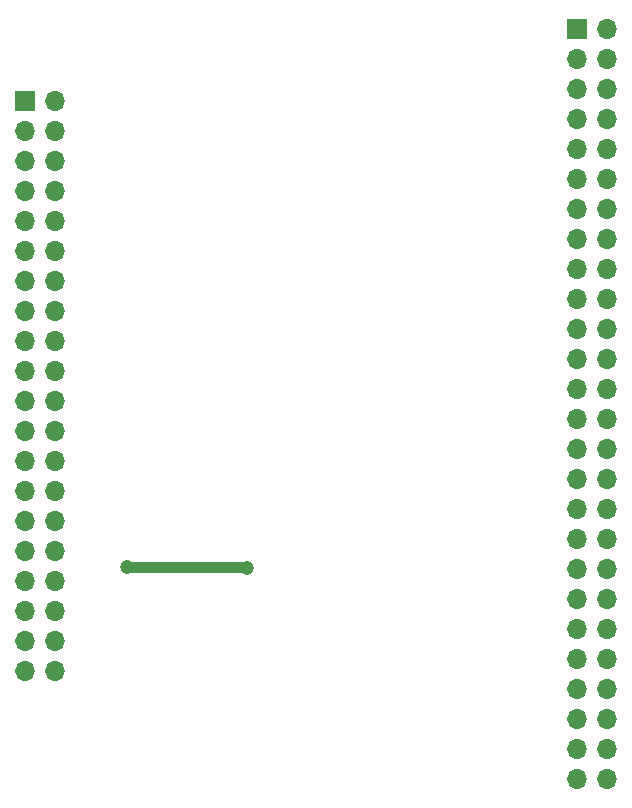
<source format=gbr>
%TF.GenerationSoftware,KiCad,Pcbnew,8.0.0*%
%TF.CreationDate,2024-03-12T09:44:14+01:00*%
%TF.ProjectId,lora,6c6f7261-2e6b-4696-9361-645f70636258,rev?*%
%TF.SameCoordinates,Original*%
%TF.FileFunction,Copper,L1,Top*%
%TF.FilePolarity,Positive*%
%FSLAX46Y46*%
G04 Gerber Fmt 4.6, Leading zero omitted, Abs format (unit mm)*
G04 Created by KiCad (PCBNEW 8.0.0) date 2024-03-12 09:44:14*
%MOMM*%
%LPD*%
G01*
G04 APERTURE LIST*
%TA.AperFunction,ComponentPad*%
%ADD10O,1.700000X1.700000*%
%TD*%
%TA.AperFunction,ComponentPad*%
%ADD11R,1.700000X1.700000*%
%TD*%
%TA.AperFunction,ViaPad*%
%ADD12C,1.200000*%
%TD*%
%TA.AperFunction,Conductor*%
%ADD13C,0.900000*%
%TD*%
G04 APERTURE END LIST*
D10*
%TO.P,U2,40,40*%
%TO.N,Net-(U1-Pad51)*%
X89000000Y-93040000D03*
%TO.P,U2,39,39*%
%TO.N,unconnected-(U2-Pad39)*%
X86460000Y-93040000D03*
%TO.P,U2,38,38*%
%TO.N,Net-(U1-Pad25)*%
X89000000Y-90500000D03*
%TO.P,U2,37,37*%
%TO.N,unconnected-(U2-Pad37)*%
X86460000Y-90500000D03*
%TO.P,U2,36,36*%
%TO.N,Net-(U1-Pad27)*%
X89000000Y-87960000D03*
%TO.P,U2,35,35*%
%TO.N,unconnected-(U2-Pad35)*%
X86460000Y-87960000D03*
%TO.P,U2,34,34*%
%TO.N,unconnected-(U2-Pad34)*%
X89000000Y-85420000D03*
%TO.P,U2,33,33*%
%TO.N,unconnected-(U2-Pad33)*%
X86460000Y-85420000D03*
%TO.P,U2,32,32*%
%TO.N,unconnected-(U2-Pad32)*%
X89000000Y-82880000D03*
%TO.P,U2,31,31*%
%TO.N,unconnected-(U2-Pad31)*%
X86460000Y-82880000D03*
%TO.P,U2,30,30*%
%TO.N,unconnected-(U2-Pad30)*%
X89000000Y-80340000D03*
%TO.P,U2,29,29*%
%TO.N,unconnected-(U2-Pad29)*%
X86460000Y-80340000D03*
%TO.P,U2,28,28*%
%TO.N,unconnected-(U2-Pad28)*%
X89000000Y-77800000D03*
%TO.P,U2,27,27*%
%TO.N,unconnected-(U2-Pad27)*%
X86460000Y-77800000D03*
%TO.P,U2,26,26*%
%TO.N,unconnected-(U2-Pad26)*%
X89000000Y-75260000D03*
%TO.P,U2,25,25*%
%TO.N,unconnected-(U2-Pad25)*%
X86460000Y-75260000D03*
%TO.P,U2,24,24*%
%TO.N,unconnected-(U2-Pad24)*%
X89000000Y-72720000D03*
%TO.P,U2,23,23*%
%TO.N,unconnected-(U2-Pad23)*%
X86460000Y-72720000D03*
%TO.P,U2,22,22*%
%TO.N,unconnected-(U2-Pad22)*%
X89000000Y-70180000D03*
%TO.P,U2,21,21*%
%TO.N,unconnected-(U2-Pad21)*%
X86460000Y-70180000D03*
%TO.P,U2,20,20*%
%TO.N,unconnected-(U2-Pad20)*%
X89000000Y-67640000D03*
%TO.P,U2,19,19*%
%TO.N,unconnected-(U2-Pad19)*%
X86460000Y-67640000D03*
%TO.P,U2,18,18*%
%TO.N,unconnected-(U2-Pad18)*%
X89000000Y-65100000D03*
%TO.P,U2,17,17*%
%TO.N,unconnected-(U2-Pad17)*%
X86460000Y-65100000D03*
%TO.P,U2,16,16*%
%TO.N,unconnected-(U2-Pad16)*%
X89000000Y-62560000D03*
%TO.P,U2,15,15*%
%TO.N,unconnected-(U2-Pad15)*%
X86460000Y-62560000D03*
%TO.P,U2,14,14*%
%TO.N,unconnected-(U2-Pad14)*%
X89000000Y-60020000D03*
%TO.P,U2,13,13*%
%TO.N,unconnected-(U2-Pad13)*%
X86460000Y-60020000D03*
%TO.P,U2,12,12*%
%TO.N,unconnected-(U2-Pad12)*%
X89000000Y-57480000D03*
%TO.P,U2,11,11*%
%TO.N,Net-(U1-Pad28)*%
X86460000Y-57480000D03*
%TO.P,U2,10,10*%
%TO.N,unconnected-(U2-Pad10)*%
X89000000Y-54940000D03*
%TO.P,U2,9,9*%
%TO.N,Net-(U1-Pad1)*%
X86460000Y-54940000D03*
%TO.P,U2,8,8*%
%TO.N,unconnected-(U2-Pad8)*%
X89000000Y-52400000D03*
%TO.P,U2,7,7*%
%TO.N,unconnected-(U2-Pad7)*%
X86460000Y-52400000D03*
%TO.P,U2,6,6*%
%TO.N,unconnected-(U2-Pad6)*%
X89000000Y-49860000D03*
%TO.P,U2,5,5*%
%TO.N,unconnected-(U2-Pad5)*%
X86460000Y-49860000D03*
%TO.P,U2,4,4*%
%TO.N,unconnected-(U2-Pad4)*%
X89000000Y-47320000D03*
%TO.P,U2,3,3*%
%TO.N,unconnected-(U2-Pad3)*%
X86460000Y-47320000D03*
%TO.P,U2,2,2*%
%TO.N,Net-(U1-Pad7)*%
X89000000Y-44780000D03*
D11*
%TO.P,U2,1,1*%
%TO.N,unconnected-(U2-Pad1)*%
X86460000Y-44780000D03*
%TD*%
%TO.P,U1,1,1*%
%TO.N,Net-(U1-Pad1)*%
X133160000Y-38700000D03*
D10*
%TO.P,U1,2,2*%
%TO.N,unconnected-(U1-Pad2)*%
X135700000Y-38700000D03*
%TO.P,U1,3,3*%
%TO.N,unconnected-(U1-Pad3)*%
X133160000Y-41240000D03*
%TO.P,U1,4,4*%
%TO.N,unconnected-(U1-Pad4)*%
X135700000Y-41240000D03*
%TO.P,U1,5,5*%
%TO.N,unconnected-(U1-Pad5)*%
X133160000Y-43780000D03*
%TO.P,U1,6,6*%
%TO.N,unconnected-(U1-Pad6)*%
X135700000Y-43780000D03*
%TO.P,U1,7,7*%
%TO.N,Net-(U1-Pad7)*%
X133160000Y-46320000D03*
%TO.P,U1,8,8*%
%TO.N,unconnected-(U1-Pad8)*%
X135700000Y-46320000D03*
%TO.P,U1,9,9*%
%TO.N,unconnected-(U1-Pad9)*%
X133160000Y-48860000D03*
%TO.P,U1,10,10*%
%TO.N,unconnected-(U1-Pad10)*%
X135700000Y-48860000D03*
%TO.P,U1,11,11*%
%TO.N,unconnected-(U1-Pad11)*%
X133160000Y-51400000D03*
%TO.P,U1,12,12*%
%TO.N,unconnected-(U1-Pad12)*%
X135700000Y-51400000D03*
%TO.P,U1,13,13*%
%TO.N,unconnected-(U1-Pad13)*%
X133160000Y-53940000D03*
%TO.P,U1,14,14*%
%TO.N,unconnected-(U1-Pad14)*%
X135700000Y-53940000D03*
%TO.P,U1,15,15*%
%TO.N,unconnected-(U1-Pad15)*%
X133160000Y-56480000D03*
%TO.P,U1,16,16*%
%TO.N,unconnected-(U1-Pad16)*%
X135700000Y-56480000D03*
%TO.P,U1,17,17*%
%TO.N,unconnected-(U1-Pad17)*%
X133160000Y-59020000D03*
%TO.P,U1,18,18*%
%TO.N,unconnected-(U1-Pad18)*%
X135700000Y-59020000D03*
%TO.P,U1,19,19*%
%TO.N,unconnected-(U1-Pad19)*%
X133160000Y-61560000D03*
%TO.P,U1,20,20*%
%TO.N,unconnected-(U1-Pad20)*%
X135700000Y-61560000D03*
%TO.P,U1,21,21*%
%TO.N,unconnected-(U1-Pad21)*%
X133160000Y-64100000D03*
%TO.P,U1,22,22*%
%TO.N,unconnected-(U1-Pad22)*%
X135700000Y-64100000D03*
%TO.P,U1,23,23*%
%TO.N,unconnected-(U1-Pad23)*%
X133160000Y-66640000D03*
%TO.P,U1,24,24*%
%TO.N,unconnected-(U1-Pad24)*%
X135700000Y-66640000D03*
%TO.P,U1,25,25*%
%TO.N,Net-(U1-Pad25)*%
X133160000Y-69180000D03*
%TO.P,U1,26,26*%
%TO.N,unconnected-(U1-Pad26)*%
X135700000Y-69180000D03*
%TO.P,U1,27,27*%
%TO.N,Net-(U1-Pad27)*%
X133160000Y-71720000D03*
%TO.P,U1,28,28*%
%TO.N,Net-(U1-Pad28)*%
X135700000Y-71720000D03*
%TO.P,U1,29,29*%
%TO.N,unconnected-(U1-Pad29)*%
X133160000Y-74260000D03*
%TO.P,U1,30,30*%
%TO.N,unconnected-(U1-Pad30)*%
X135700000Y-74260000D03*
%TO.P,U1,31,31*%
%TO.N,unconnected-(U1-Pad31)*%
X133160000Y-76800000D03*
%TO.P,U1,32,32*%
%TO.N,unconnected-(U1-Pad32)*%
X135700000Y-76800000D03*
%TO.P,U1,33,33*%
%TO.N,unconnected-(U1-Pad33)*%
X133160000Y-79340000D03*
%TO.P,U1,34,34*%
%TO.N,unconnected-(U1-Pad34)*%
X135700000Y-79340000D03*
%TO.P,U1,35,35*%
%TO.N,unconnected-(U1-Pad35)*%
X133160000Y-81880000D03*
%TO.P,U1,36,36*%
%TO.N,unconnected-(U1-Pad36)*%
X135700000Y-81880000D03*
%TO.P,U1,37,37*%
%TO.N,unconnected-(U1-Pad37)*%
X133160000Y-84420000D03*
%TO.P,U1,38,38*%
%TO.N,unconnected-(U1-Pad38)*%
X135700000Y-84420000D03*
%TO.P,U1,39,39*%
%TO.N,unconnected-(U1-Pad39)*%
X133160000Y-86960000D03*
%TO.P,U1,40,40*%
%TO.N,unconnected-(U1-Pad40)*%
X135700000Y-86960000D03*
%TO.P,U1,41,41*%
%TO.N,unconnected-(U1-Pad41)*%
X133160000Y-89500000D03*
%TO.P,U1,42,42*%
%TO.N,unconnected-(U1-Pad42)*%
X135700000Y-89500000D03*
%TO.P,U1,43,43*%
%TO.N,unconnected-(U1-Pad43)*%
X133160000Y-92040000D03*
%TO.P,U1,44,44*%
%TO.N,unconnected-(U1-Pad44)*%
X135700000Y-92040000D03*
%TO.P,U1,45,45*%
%TO.N,unconnected-(U1-Pad45)*%
X133160000Y-94580000D03*
%TO.P,U1,46,46*%
%TO.N,unconnected-(U1-Pad46)*%
X135700000Y-94580000D03*
%TO.P,U1,47,47*%
%TO.N,unconnected-(U1-Pad47)*%
X133160000Y-97120000D03*
%TO.P,U1,48,48*%
%TO.N,unconnected-(U1-Pad48)*%
X135700000Y-97120000D03*
%TO.P,U1,49,49*%
%TO.N,unconnected-(U1-Pad49)*%
X133160000Y-99660000D03*
%TO.P,U1,50,50*%
%TO.N,unconnected-(U1-Pad50)*%
X135700000Y-99660000D03*
%TO.P,U1,51,51*%
%TO.N,Net-(U1-Pad51)*%
X133160000Y-102200000D03*
%TO.P,U1,52,52*%
%TO.N,unconnected-(U1-Pad52)*%
X135700000Y-102200000D03*
%TD*%
D12*
%TO.N,Net-(U1-Pad27)*%
X95072200Y-84302600D03*
X105206800Y-84328000D03*
%TD*%
D13*
%TO.N,Net-(U1-Pad27)*%
X95072200Y-84302600D02*
X105181400Y-84302600D01*
X105181400Y-84302600D02*
X105206800Y-84328000D01*
%TD*%
M02*

</source>
